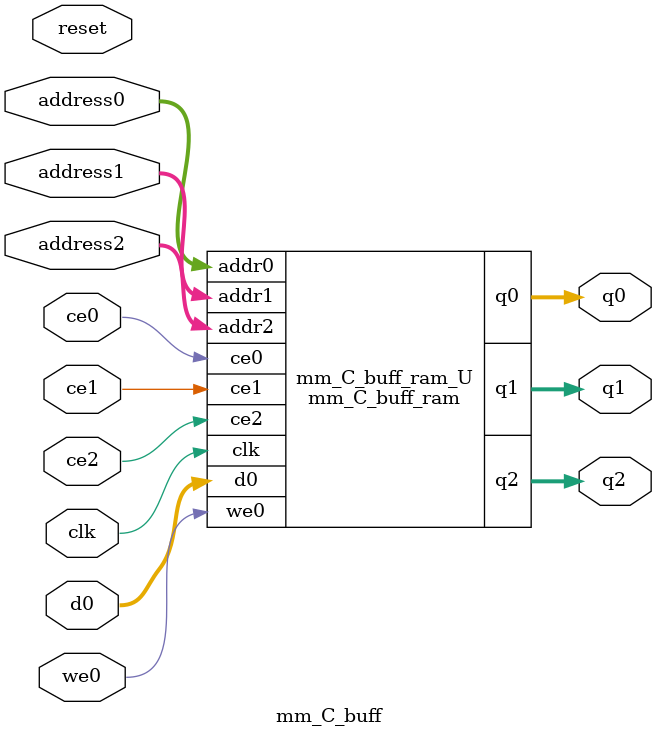
<source format=v>
`timescale 1 ns / 1 ps
module mm_C_buff_ram (addr0, ce0, d0, we0, q0, addr1, ce1, q1, addr2, ce2, q2,  clk);

parameter DWIDTH = 32;
parameter AWIDTH = 5;
parameter MEM_SIZE = 32;

input[AWIDTH-1:0] addr0;
input ce0;
input[DWIDTH-1:0] d0;
input we0;
output reg[DWIDTH-1:0] q0;
input[AWIDTH-1:0] addr1;
input ce1;
output reg[DWIDTH-1:0] q1;
input[AWIDTH-1:0] addr2;
input ce2;
output reg[DWIDTH-1:0] q2;
input clk;

reg [DWIDTH-1:0] ram0[0:MEM_SIZE-1];
reg [DWIDTH-1:0] ram1[0:MEM_SIZE-1];



always @(posedge clk)  
begin 
    if (ce0) begin
        if (we0) 
            ram0[addr0] <= d0; 
        q0 <= ram0[addr0];
    end
end


always @(posedge clk)  
begin 
    if (ce1) begin
        q1 <= ram0[addr1];
    end
end


always @(posedge clk)  
begin 
    if (ce0) begin
        if (we0) 
            ram1[addr0] <= d0; 
    end
end

always @(posedge clk)  
begin 
    if (ce2) begin
        q2 <= ram1[addr2];
    end
end


endmodule

`timescale 1 ns / 1 ps
module mm_C_buff(
    reset,
    clk,
    address0,
    ce0,
    we0,
    d0,
    q0,
    address1,
    ce1,
    q1,
    address2,
    ce2,
    q2);

parameter DataWidth = 32'd32;
parameter AddressRange = 32'd32;
parameter AddressWidth = 32'd5;
input reset;
input clk;
input[AddressWidth - 1:0] address0;
input ce0;
input we0;
input[DataWidth - 1:0] d0;
output[DataWidth - 1:0] q0;
input[AddressWidth - 1:0] address1;
input ce1;
output[DataWidth - 1:0] q1;
input[AddressWidth - 1:0] address2;
input ce2;
output[DataWidth - 1:0] q2;



mm_C_buff_ram mm_C_buff_ram_U(
    .clk( clk ),
    .addr0( address0 ),
    .ce0( ce0 ),
    .we0( we0 ),
    .d0( d0 ),
    .q0( q0 ),
    .addr1( address1 ),
    .ce1( ce1 ),
    .q1( q1 ),
    .addr2( address2 ),
    .ce2( ce2 ),
    .q2( q2 ));

endmodule


</source>
